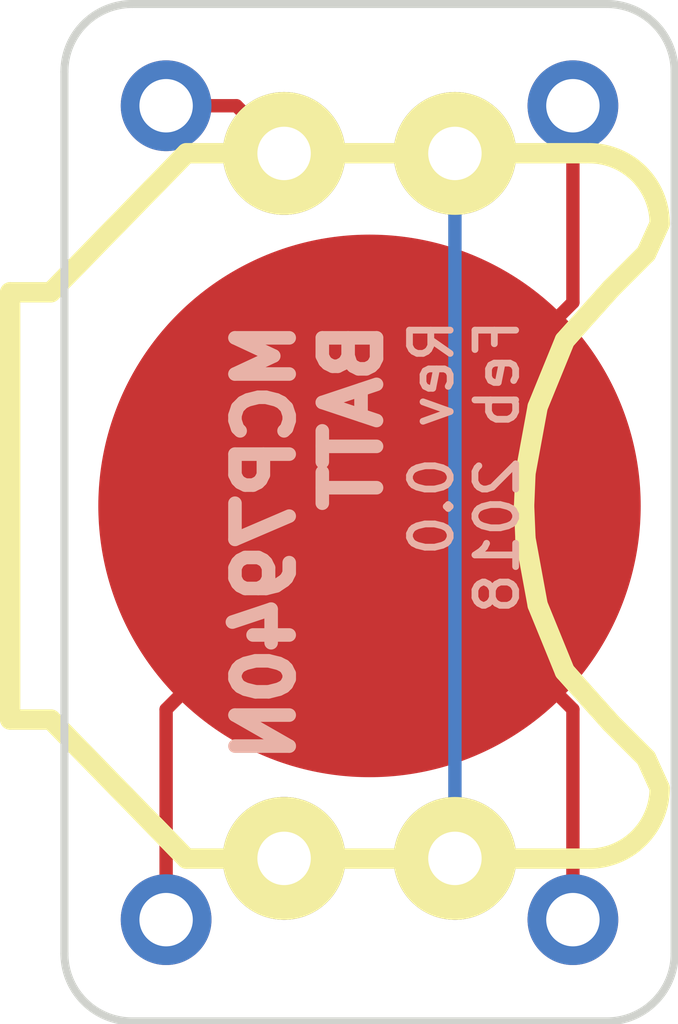
<source format=kicad_pcb>
(kicad_pcb (version 4) (host pcbnew 4.0.7)

  (general
    (links 7)
    (no_connects 0)
    (area 145.339999 103.429999 156.920001 122.630001)
    (thickness 1.6)
    (drawings 10)
    (tracks 11)
    (zones 0)
    (modules 5)
    (nets 3)
  )

  (page USLetter)
  (title_block
    (title "Arduino Clock")
    (company "Maker's Box")
  )

  (layers
    (0 F.Cu signal)
    (31 B.Cu signal)
    (32 B.Adhes user)
    (33 F.Adhes user)
    (34 B.Paste user)
    (35 F.Paste user)
    (36 B.SilkS user)
    (37 F.SilkS user)
    (38 B.Mask user)
    (39 F.Mask user)
    (40 Dwgs.User user)
    (41 Cmts.User user)
    (42 Eco1.User user)
    (43 Eco2.User user)
    (44 Edge.Cuts user)
    (45 Margin user)
    (46 B.CrtYd user)
    (47 F.CrtYd user)
    (48 B.Fab user)
    (49 F.Fab user hide)
  )

  (setup
    (last_trace_width 0.25)
    (user_trace_width 0.254)
    (user_trace_width 0.3048)
    (user_trace_width 0.4064)
    (user_trace_width 0.6096)
    (trace_clearance 0.2)
    (zone_clearance 0.508)
    (zone_45_only no)
    (trace_min 0.2)
    (segment_width 0.2)
    (edge_width 0.15)
    (via_size 0.6)
    (via_drill 0.4)
    (via_min_size 0.4)
    (via_min_drill 0.3)
    (uvia_size 0.3)
    (uvia_drill 0.1)
    (uvias_allowed no)
    (uvia_min_size 0.2)
    (uvia_min_drill 0.1)
    (pcb_text_width 0.3)
    (pcb_text_size 1.5 1.5)
    (mod_edge_width 0.15)
    (mod_text_size 1 1)
    (mod_text_width 0.15)
    (pad_size 1.7 1.7)
    (pad_drill 1)
    (pad_to_mask_clearance 0)
    (aux_axis_origin 0 0)
    (visible_elements 7FFEFDFF)
    (pcbplotparams
      (layerselection 0x00030_80000001)
      (usegerberextensions false)
      (excludeedgelayer true)
      (linewidth 0.100000)
      (plotframeref false)
      (viasonmask false)
      (mode 1)
      (useauxorigin false)
      (hpglpennumber 1)
      (hpglpenspeed 20)
      (hpglpendiameter 15)
      (hpglpenoverlay 2)
      (psnegative false)
      (psa4output false)
      (plotreference true)
      (plotvalue true)
      (plotinvisibletext false)
      (padsonsilk false)
      (subtractmaskfromsilk false)
      (outputformat 1)
      (mirror false)
      (drillshape 1)
      (scaleselection 1)
      (outputdirectory ""))
  )

  (net 0 "")
  (net 1 GND)
  (net 2 /VBAT)

  (net_class Default "This is the default net class."
    (clearance 0.2)
    (trace_width 0.25)
    (via_dia 0.6)
    (via_drill 0.4)
    (uvia_dia 0.3)
    (uvia_drill 0.1)
    (add_net /VBAT)
    (add_net GND)
  )

  (module footprints:BATT_12mm_TH (layer F.Cu) (tedit 56EB89B1) (tstamp 5A939FF6)
    (at 151.13 112.903 90)
    (descr "Keystone type 3000 coin cell retainer")
    (path /5A93D14B)
    (fp_text reference BT1 (at 0 -4.5 90) (layer F.SilkS) hide
      (effects (font (thickness 0.3048)))
    )
    (fp_text value Battery_Cell (at 0 4.5 90) (layer F.SilkS) hide
      (effects (font (thickness 0.3048)))
    )
    (fp_line (start 0.6096 2.921) (end 1.8542 3.1496) (layer F.SilkS) (width 0.381))
    (fp_line (start 1.8542 3.1496) (end 3.0988 3.6576) (layer F.SilkS) (width 0.381))
    (fp_line (start 3.0988 3.6576) (end 4.064 4.5212) (layer F.SilkS) (width 0.381))
    (fp_line (start 4.064 4.5212) (end 4.7244 5.1816) (layer F.SilkS) (width 0.381))
    (fp_line (start 4.7244 5.1816) (end 5.2832 5.4356) (layer F.SilkS) (width 0.381))
    (fp_line (start 0 2.8956) (end 0.6096 2.921) (layer F.SilkS) (width 0.381))
    (fp_line (start -3.0988 3.6576) (end -4.064 4.5212) (layer F.SilkS) (width 0.381))
    (fp_line (start -4.064 4.5212) (end -4.7244 5.1816) (layer F.SilkS) (width 0.381))
    (fp_line (start -5.2832 5.4356) (end -4.7244 5.1816) (layer F.SilkS) (width 0.381))
    (fp_line (start -3.0988 3.6576) (end -1.8542 3.1496) (layer F.SilkS) (width 0.381))
    (fp_line (start -1.8542 3.1496) (end -0.6096 2.921) (layer F.SilkS) (width 0.381))
    (fp_line (start -0.6096 2.921) (end 0 2.8956) (layer F.SilkS) (width 0.381))
    (fp_arc (start 5.2832 4.1148) (end 6.604 4.1148) (angle 90) (layer F.SilkS) (width 0.381))
    (fp_arc (start -5.2832 4.1148) (end -5.2832 5.4356) (angle 90) (layer F.SilkS) (width 0.381))
    (fp_line (start 6.604 -3.429) (end 6.604 4.064) (layer F.SilkS) (width 0.381))
    (fp_line (start -6.604 -3.429) (end -6.604 4.064) (layer F.SilkS) (width 0.381))
    (fp_line (start 4.0005 -5.969) (end 6.604 -3.429) (layer F.SilkS) (width 0.381))
    (fp_line (start -4.0005 -5.969) (end -6.604 -3.429) (layer F.SilkS) (width 0.381))
    (fp_line (start 3.9995 -6.731) (end 3.9995 -5.969) (layer F.SilkS) (width 0.381))
    (fp_line (start -4.0005 -6.731) (end -4.0005 -5.969) (layer F.SilkS) (width 0.381))
    (fp_line (start -4.0005 -6.731) (end 4.0005 -6.731) (layer F.SilkS) (width 0.381))
    (pad 1 thru_hole circle (at 6.6 -1.6 90) (size 2.3 2.3) (drill 1) (layers *.Cu *.Mask F.SilkS)
      (net 2 /VBAT))
    (pad 1 thru_hole circle (at 6.6 1.6 90) (size 2.3 2.3) (drill 1) (layers *.Cu *.Mask F.SilkS)
      (net 2 /VBAT))
    (pad 1 thru_hole circle (at -6.6 1.6 90) (size 2.3 2.3) (drill 1) (layers *.Cu *.Mask F.SilkS)
      (net 2 /VBAT))
    (pad 1 thru_hole circle (at -6.6 -1.6 90) (size 2.3 2.3) (drill 1) (layers *.Cu *.Mask F.SilkS)
      (net 2 /VBAT))
    (pad 2 smd circle (at 0 0 90) (size 10.16 10.16) (layers F.Cu F.Paste F.Mask)
      (net 1 GND))
    (model walter/battery_holders/keystone_3000.wrl
      (at (xyz 0 0 0))
      (scale (xyz 1 1 1))
      (rotate (xyz 0 0 0))
    )
  )

  (module footprints:Pin_Header_Straight_1x01_Pitch2.54mm (layer F.Cu) (tedit 5A92EB53) (tstamp 5A939FFE)
    (at 147.32 105.41)
    (descr "Through hole straight pin header, 1x01, 2.54mm pitch, single row")
    (tags "Through hole pin header THT 1x01 2.54mm single row")
    (path /5A93ABE2)
    (fp_text reference P1 (at 0 -0.635) (layer F.SilkS) hide
      (effects (font (size 0.254 0.254) (thickness 0.0635)))
    )
    (fp_text value Pin (at 0 0.635) (layer F.Fab) hide
      (effects (font (size 1 1) (thickness 0.15)))
    )
    (fp_line (start -0.635 -1.27) (end 1.27 -1.27) (layer F.Fab) (width 0.1))
    (fp_line (start 1.27 -1.27) (end 1.27 1.27) (layer F.Fab) (width 0.1))
    (fp_line (start 1.27 1.27) (end -1.27 1.27) (layer F.Fab) (width 0.1))
    (fp_line (start -1.27 1.27) (end -1.27 -0.635) (layer F.Fab) (width 0.1))
    (fp_line (start -1.27 -0.635) (end -0.635 -1.27) (layer F.Fab) (width 0.1))
    (fp_text user %R (at 0 0 90) (layer F.Fab)
      (effects (font (size 0.254 0.254) (thickness 0.0635)))
    )
    (pad 1 thru_hole circle (at 0 0) (size 1.7 1.7) (drill 1) (layers *.Cu *.Mask)
      (net 2 /VBAT))
    (model ${KISYS3DMOD}/Pin_Headers.3dshapes/Pin_Header_Straight_1x01_Pitch2.54mm.wrl
      (at (xyz 0 0 0))
      (scale (xyz 1 1 1))
      (rotate (xyz 0 0 0))
    )
  )

  (module footprints:Pin_Header_Straight_1x01_Pitch2.54mm (layer F.Cu) (tedit 5A92EB53) (tstamp 5A93A002)
    (at 147.32 120.65)
    (descr "Through hole straight pin header, 1x01, 2.54mm pitch, single row")
    (tags "Through hole pin header THT 1x01 2.54mm single row")
    (path /5A93AC8C)
    (fp_text reference P2 (at 0 -0.635) (layer F.SilkS) hide
      (effects (font (size 0.254 0.254) (thickness 0.0635)))
    )
    (fp_text value Pin (at 0 0.635) (layer F.Fab) hide
      (effects (font (size 1 1) (thickness 0.15)))
    )
    (fp_line (start -0.635 -1.27) (end 1.27 -1.27) (layer F.Fab) (width 0.1))
    (fp_line (start 1.27 -1.27) (end 1.27 1.27) (layer F.Fab) (width 0.1))
    (fp_line (start 1.27 1.27) (end -1.27 1.27) (layer F.Fab) (width 0.1))
    (fp_line (start -1.27 1.27) (end -1.27 -0.635) (layer F.Fab) (width 0.1))
    (fp_line (start -1.27 -0.635) (end -0.635 -1.27) (layer F.Fab) (width 0.1))
    (fp_text user %R (at 0 0 90) (layer F.Fab)
      (effects (font (size 0.254 0.254) (thickness 0.0635)))
    )
    (pad 1 thru_hole circle (at 0 0) (size 1.7 1.7) (drill 1) (layers *.Cu *.Mask)
      (net 1 GND))
    (model ${KISYS3DMOD}/Pin_Headers.3dshapes/Pin_Header_Straight_1x01_Pitch2.54mm.wrl
      (at (xyz 0 0 0))
      (scale (xyz 1 1 1))
      (rotate (xyz 0 0 0))
    )
  )

  (module footprints:Pin_Header_Straight_1x01_Pitch2.54mm (layer F.Cu) (tedit 5A92EB53) (tstamp 5A93A006)
    (at 154.94 105.41)
    (descr "Through hole straight pin header, 1x01, 2.54mm pitch, single row")
    (tags "Through hole pin header THT 1x01 2.54mm single row")
    (path /5A93B4D6)
    (fp_text reference P3 (at 0 -0.635) (layer F.SilkS) hide
      (effects (font (size 0.254 0.254) (thickness 0.0635)))
    )
    (fp_text value Pin (at 0 0.635) (layer F.Fab) hide
      (effects (font (size 1 1) (thickness 0.15)))
    )
    (fp_line (start -0.635 -1.27) (end 1.27 -1.27) (layer F.Fab) (width 0.1))
    (fp_line (start 1.27 -1.27) (end 1.27 1.27) (layer F.Fab) (width 0.1))
    (fp_line (start 1.27 1.27) (end -1.27 1.27) (layer F.Fab) (width 0.1))
    (fp_line (start -1.27 1.27) (end -1.27 -0.635) (layer F.Fab) (width 0.1))
    (fp_line (start -1.27 -0.635) (end -0.635 -1.27) (layer F.Fab) (width 0.1))
    (fp_text user %R (at 0 0 90) (layer F.Fab)
      (effects (font (size 0.254 0.254) (thickness 0.0635)))
    )
    (pad 1 thru_hole circle (at 0 0) (size 1.7 1.7) (drill 1) (layers *.Cu *.Mask)
      (net 1 GND))
    (model ${KISYS3DMOD}/Pin_Headers.3dshapes/Pin_Header_Straight_1x01_Pitch2.54mm.wrl
      (at (xyz 0 0 0))
      (scale (xyz 1 1 1))
      (rotate (xyz 0 0 0))
    )
  )

  (module footprints:Pin_Header_Straight_1x01_Pitch2.54mm (layer F.Cu) (tedit 5A92EB53) (tstamp 5A93A00A)
    (at 154.94 120.65)
    (descr "Through hole straight pin header, 1x01, 2.54mm pitch, single row")
    (tags "Through hole pin header THT 1x01 2.54mm single row")
    (path /5A93B466)
    (fp_text reference P4 (at 0 -0.635) (layer F.SilkS) hide
      (effects (font (size 0.254 0.254) (thickness 0.0635)))
    )
    (fp_text value Pin (at 0 0.635) (layer F.Fab) hide
      (effects (font (size 1 1) (thickness 0.15)))
    )
    (fp_line (start -0.635 -1.27) (end 1.27 -1.27) (layer F.Fab) (width 0.1))
    (fp_line (start 1.27 -1.27) (end 1.27 1.27) (layer F.Fab) (width 0.1))
    (fp_line (start 1.27 1.27) (end -1.27 1.27) (layer F.Fab) (width 0.1))
    (fp_line (start -1.27 1.27) (end -1.27 -0.635) (layer F.Fab) (width 0.1))
    (fp_line (start -1.27 -0.635) (end -0.635 -1.27) (layer F.Fab) (width 0.1))
    (fp_text user %R (at 0 0 90) (layer F.Fab)
      (effects (font (size 0.254 0.254) (thickness 0.0635)))
    )
    (pad 1 thru_hole circle (at 0 0) (size 1.7 1.7) (drill 1) (layers *.Cu *.Mask)
      (net 1 GND))
    (model ${KISYS3DMOD}/Pin_Headers.3dshapes/Pin_Header_Straight_1x01_Pitch2.54mm.wrl
      (at (xyz 0 0 0))
      (scale (xyz 1 1 1))
      (rotate (xyz 0 0 0))
    )
  )

  (gr_line (start 146.685 103.505) (end 155.575 103.505) (angle 90) (layer Edge.Cuts) (width 0.15))
  (gr_line (start 146.685 122.555) (end 155.575 122.555) (angle 90) (layer Edge.Cuts) (width 0.15))
  (gr_line (start 145.415 104.775) (end 145.415 121.285) (angle 90) (layer Edge.Cuts) (width 0.15))
  (gr_line (start 156.845 121.285) (end 156.845 104.775) (angle 90) (layer Edge.Cuts) (width 0.15))
  (gr_arc (start 155.575 104.775) (end 155.575 103.505) (angle 90) (layer Edge.Cuts) (width 0.15))
  (gr_arc (start 146.685 104.775) (end 145.415 104.775) (angle 90) (layer Edge.Cuts) (width 0.15))
  (gr_text "Rev 0.0\nFeb 2018" (at 152.908 109.347 90) (layer B.SilkS)
    (effects (font (size 0.762 0.762) (thickness 0.127)) (justify left mirror))
  )
  (gr_text "MCP7940N\nBATT\n" (at 149.987 109.347 90) (layer B.SilkS)
    (effects (font (size 1.016 1.016) (thickness 0.254)) (justify left mirror))
  )
  (gr_arc (start 155.575 121.285) (end 156.845 121.285) (angle 90) (layer Edge.Cuts) (width 0.15))
  (gr_arc (start 146.685 121.285) (end 146.685 122.555) (angle 90) (layer Edge.Cuts) (width 0.15))

  (segment (start 154.94 105.41) (end 154.94 109.093) (width 0.25) (layer F.Cu) (net 1))
  (segment (start 154.94 109.093) (end 151.13 112.903) (width 0.25) (layer F.Cu) (net 1) (tstamp 5A92FE54))
  (segment (start 154.94 120.65) (end 154.94 116.713) (width 0.25) (layer F.Cu) (net 1))
  (segment (start 154.94 116.713) (end 151.13 112.903) (width 0.25) (layer F.Cu) (net 1) (tstamp 5A92FE4F))
  (segment (start 147.32 120.65) (end 147.32 116.713) (width 0.25) (layer F.Cu) (net 1))
  (segment (start 147.32 116.713) (end 151.13 112.903) (width 0.25) (layer F.Cu) (net 1) (tstamp 5A92FE4B))
  (segment (start 149.53 106.303) (end 152.73 106.303) (width 0.25) (layer B.Cu) (net 2))
  (segment (start 152.73 119.503) (end 152.73 106.303) (width 0.25) (layer B.Cu) (net 2))
  (segment (start 149.53 119.503) (end 152.73 119.503) (width 0.25) (layer F.Cu) (net 2))
  (segment (start 147.32 105.41) (end 148.637 105.41) (width 0.25) (layer F.Cu) (net 2))
  (segment (start 148.637 105.41) (end 149.53 106.303) (width 0.25) (layer F.Cu) (net 2) (tstamp 5A92FE46))

)

</source>
